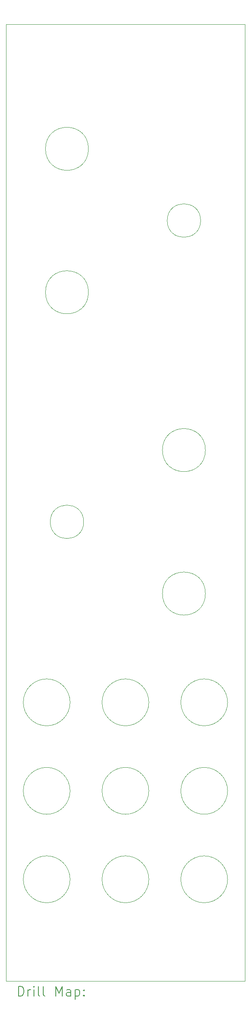
<source format=gbr>
%TF.GenerationSoftware,KiCad,Pcbnew,9.0.4*%
%TF.CreationDate,2025-10-04T20:48:33+02:00*%
%TF.ProjectId,DMH_Dual_VCA_Mk2_PANEL,444d485f-4475-4616-9c5f-5643415f4d6b,rev?*%
%TF.SameCoordinates,Original*%
%TF.FileFunction,Drillmap*%
%TF.FilePolarity,Positive*%
%FSLAX45Y45*%
G04 Gerber Fmt 4.5, Leading zero omitted, Abs format (unit mm)*
G04 Created by KiCad (PCBNEW 9.0.4) date 2025-10-04 20:48:33*
%MOMM*%
%LPD*%
G01*
G04 APERTURE LIST*
%ADD10C,0.050000*%
%ADD11C,0.200000*%
G04 APERTURE END LIST*
D10*
X5000000Y-3000000D02*
X10000000Y-3000000D01*
X10000000Y-23000000D01*
X5000000Y-23000000D01*
X5000000Y-3000000D01*
X6340000Y-19025000D02*
G75*
G02*
X5360000Y-19025000I-490000J0D01*
G01*
X5360000Y-19025000D02*
G75*
G02*
X6340000Y-19025000I490000J0D01*
G01*
X6340000Y-17175000D02*
G75*
G02*
X5360000Y-17175000I-490000J0D01*
G01*
X5360000Y-17175000D02*
G75*
G02*
X6340000Y-17175000I490000J0D01*
G01*
X7990000Y-17175000D02*
G75*
G02*
X7010000Y-17175000I-490000J0D01*
G01*
X7010000Y-17175000D02*
G75*
G02*
X7990000Y-17175000I490000J0D01*
G01*
X9175000Y-11900000D02*
G75*
G02*
X8275000Y-11900000I-450000J0D01*
G01*
X8275000Y-11900000D02*
G75*
G02*
X9175000Y-11900000I450000J0D01*
G01*
X9175000Y-14900000D02*
G75*
G02*
X8275000Y-14900000I-450000J0D01*
G01*
X8275000Y-14900000D02*
G75*
G02*
X9175000Y-14900000I450000J0D01*
G01*
X7990000Y-19025000D02*
G75*
G02*
X7010000Y-19025000I-490000J0D01*
G01*
X7010000Y-19025000D02*
G75*
G02*
X7990000Y-19025000I490000J0D01*
G01*
X9640000Y-17175000D02*
G75*
G02*
X8660000Y-17175000I-490000J0D01*
G01*
X8660000Y-17175000D02*
G75*
G02*
X9640000Y-17175000I490000J0D01*
G01*
X9075000Y-7100000D02*
G75*
G02*
X8375000Y-7100000I-350000J0D01*
G01*
X8375000Y-7100000D02*
G75*
G02*
X9075000Y-7100000I350000J0D01*
G01*
X6340000Y-20875000D02*
G75*
G02*
X5360000Y-20875000I-490000J0D01*
G01*
X5360000Y-20875000D02*
G75*
G02*
X6340000Y-20875000I490000J0D01*
G01*
X9640000Y-20875000D02*
G75*
G02*
X8660000Y-20875000I-490000J0D01*
G01*
X8660000Y-20875000D02*
G75*
G02*
X9640000Y-20875000I490000J0D01*
G01*
X9640000Y-19025000D02*
G75*
G02*
X8660000Y-19025000I-490000J0D01*
G01*
X8660000Y-19025000D02*
G75*
G02*
X9640000Y-19025000I490000J0D01*
G01*
X6725000Y-5600000D02*
G75*
G02*
X5825000Y-5600000I-450000J0D01*
G01*
X5825000Y-5600000D02*
G75*
G02*
X6725000Y-5600000I450000J0D01*
G01*
X6725000Y-8600000D02*
G75*
G02*
X5825000Y-8600000I-450000J0D01*
G01*
X5825000Y-8600000D02*
G75*
G02*
X6725000Y-8600000I450000J0D01*
G01*
X7990000Y-20875000D02*
G75*
G02*
X7010000Y-20875000I-490000J0D01*
G01*
X7010000Y-20875000D02*
G75*
G02*
X7990000Y-20875000I490000J0D01*
G01*
X6625000Y-13400000D02*
G75*
G02*
X5925000Y-13400000I-350000J0D01*
G01*
X5925000Y-13400000D02*
G75*
G02*
X6625000Y-13400000I350000J0D01*
G01*
D11*
X5258277Y-23313984D02*
X5258277Y-23113984D01*
X5258277Y-23113984D02*
X5305896Y-23113984D01*
X5305896Y-23113984D02*
X5334467Y-23123508D01*
X5334467Y-23123508D02*
X5353515Y-23142555D01*
X5353515Y-23142555D02*
X5363039Y-23161603D01*
X5363039Y-23161603D02*
X5372563Y-23199698D01*
X5372563Y-23199698D02*
X5372563Y-23228269D01*
X5372563Y-23228269D02*
X5363039Y-23266365D01*
X5363039Y-23266365D02*
X5353515Y-23285412D01*
X5353515Y-23285412D02*
X5334467Y-23304460D01*
X5334467Y-23304460D02*
X5305896Y-23313984D01*
X5305896Y-23313984D02*
X5258277Y-23313984D01*
X5458277Y-23313984D02*
X5458277Y-23180650D01*
X5458277Y-23218746D02*
X5467801Y-23199698D01*
X5467801Y-23199698D02*
X5477324Y-23190174D01*
X5477324Y-23190174D02*
X5496372Y-23180650D01*
X5496372Y-23180650D02*
X5515420Y-23180650D01*
X5582086Y-23313984D02*
X5582086Y-23180650D01*
X5582086Y-23113984D02*
X5572563Y-23123508D01*
X5572563Y-23123508D02*
X5582086Y-23133031D01*
X5582086Y-23133031D02*
X5591610Y-23123508D01*
X5591610Y-23123508D02*
X5582086Y-23113984D01*
X5582086Y-23113984D02*
X5582086Y-23133031D01*
X5705896Y-23313984D02*
X5686848Y-23304460D01*
X5686848Y-23304460D02*
X5677324Y-23285412D01*
X5677324Y-23285412D02*
X5677324Y-23113984D01*
X5810658Y-23313984D02*
X5791610Y-23304460D01*
X5791610Y-23304460D02*
X5782086Y-23285412D01*
X5782086Y-23285412D02*
X5782086Y-23113984D01*
X6039229Y-23313984D02*
X6039229Y-23113984D01*
X6039229Y-23113984D02*
X6105896Y-23256841D01*
X6105896Y-23256841D02*
X6172562Y-23113984D01*
X6172562Y-23113984D02*
X6172562Y-23313984D01*
X6353515Y-23313984D02*
X6353515Y-23209222D01*
X6353515Y-23209222D02*
X6343991Y-23190174D01*
X6343991Y-23190174D02*
X6324943Y-23180650D01*
X6324943Y-23180650D02*
X6286848Y-23180650D01*
X6286848Y-23180650D02*
X6267801Y-23190174D01*
X6353515Y-23304460D02*
X6334467Y-23313984D01*
X6334467Y-23313984D02*
X6286848Y-23313984D01*
X6286848Y-23313984D02*
X6267801Y-23304460D01*
X6267801Y-23304460D02*
X6258277Y-23285412D01*
X6258277Y-23285412D02*
X6258277Y-23266365D01*
X6258277Y-23266365D02*
X6267801Y-23247317D01*
X6267801Y-23247317D02*
X6286848Y-23237793D01*
X6286848Y-23237793D02*
X6334467Y-23237793D01*
X6334467Y-23237793D02*
X6353515Y-23228269D01*
X6448753Y-23180650D02*
X6448753Y-23380650D01*
X6448753Y-23190174D02*
X6467801Y-23180650D01*
X6467801Y-23180650D02*
X6505896Y-23180650D01*
X6505896Y-23180650D02*
X6524943Y-23190174D01*
X6524943Y-23190174D02*
X6534467Y-23199698D01*
X6534467Y-23199698D02*
X6543991Y-23218746D01*
X6543991Y-23218746D02*
X6543991Y-23275888D01*
X6543991Y-23275888D02*
X6534467Y-23294936D01*
X6534467Y-23294936D02*
X6524943Y-23304460D01*
X6524943Y-23304460D02*
X6505896Y-23313984D01*
X6505896Y-23313984D02*
X6467801Y-23313984D01*
X6467801Y-23313984D02*
X6448753Y-23304460D01*
X6629705Y-23294936D02*
X6639229Y-23304460D01*
X6639229Y-23304460D02*
X6629705Y-23313984D01*
X6629705Y-23313984D02*
X6620182Y-23304460D01*
X6620182Y-23304460D02*
X6629705Y-23294936D01*
X6629705Y-23294936D02*
X6629705Y-23313984D01*
X6629705Y-23190174D02*
X6639229Y-23199698D01*
X6639229Y-23199698D02*
X6629705Y-23209222D01*
X6629705Y-23209222D02*
X6620182Y-23199698D01*
X6620182Y-23199698D02*
X6629705Y-23190174D01*
X6629705Y-23190174D02*
X6629705Y-23209222D01*
M02*

</source>
